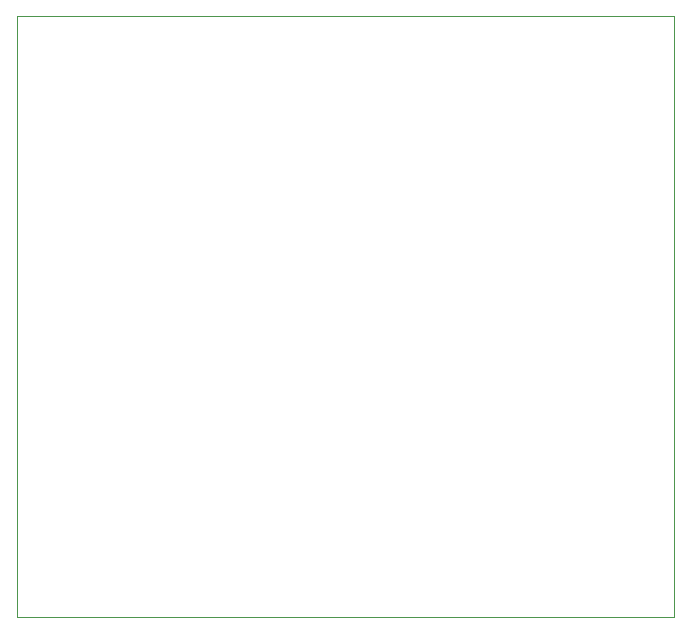
<source format=gbr>
%TF.GenerationSoftware,KiCad,Pcbnew,7.0.5*%
%TF.CreationDate,2023-11-17T15:06:45+01:00*%
%TF.ProjectId,canbus_transeiver_adapter,63616e62-7573-45f7-9472-616e73656976,rev?*%
%TF.SameCoordinates,Original*%
%TF.FileFunction,Profile,NP*%
%FSLAX46Y46*%
G04 Gerber Fmt 4.6, Leading zero omitted, Abs format (unit mm)*
G04 Created by KiCad (PCBNEW 7.0.5) date 2023-11-17 15:06:45*
%MOMM*%
%LPD*%
G01*
G04 APERTURE LIST*
%TA.AperFunction,Profile*%
%ADD10C,0.100000*%
%TD*%
G04 APERTURE END LIST*
D10*
X181737000Y-104203500D02*
X237363000Y-104203500D01*
X237363000Y-155130500D01*
X181737000Y-155130500D01*
X181737000Y-104203500D01*
M02*

</source>
